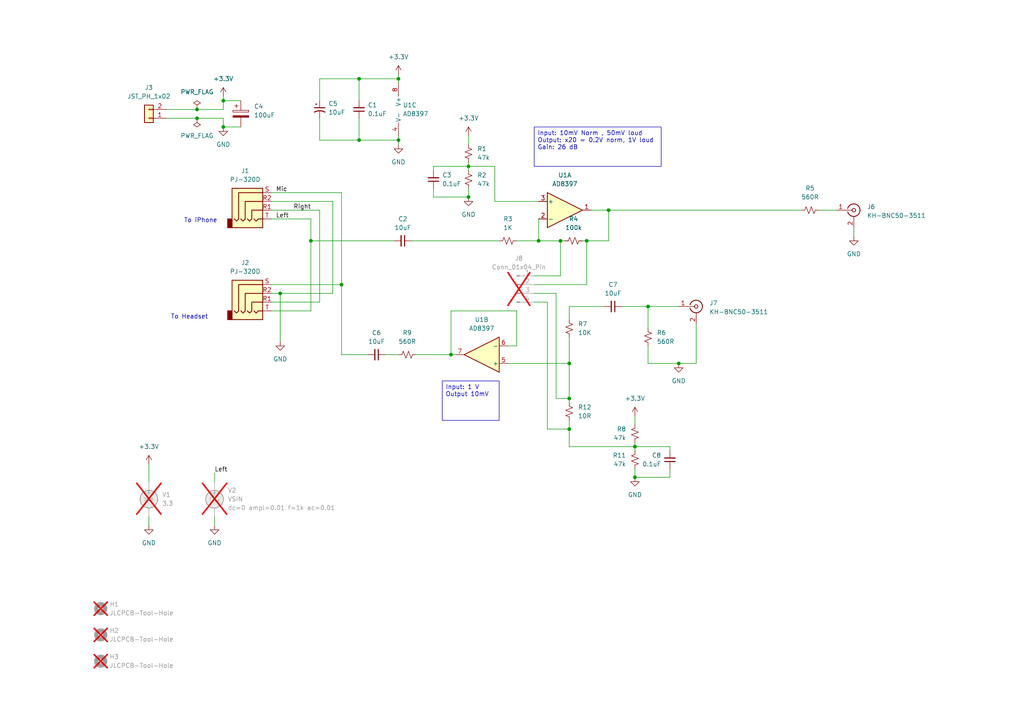
<source format=kicad_sch>
(kicad_sch (version 20230121) (generator eeschema)
  (paper "A4")
  (lib_symbols
    (symbol "Amplifier_Operational:LM358" (pin_names (offset 0.127))
      (property "Reference" "U" (at 0 5.08 0))
      (property "Value" "LM358" (at 0 -5.08 0))
      (symbol "LM358_1_1"
        (polyline (pts (xy -5.08 5.08) (xy 5.08 0) (xy -5.08 -5.08) (xy -5.08 5.08)) (stroke (width 0.254)) (fill (type background)))
        (pin output line (at 7.62 0 180) (length 2.54) (name "~") (number "1"))
        (pin input line (at -7.62 -2.54 0) (length 2.54) (name "-") (number "2"))
        (pin input line (at -7.62 2.54 0) (length 2.54) (name "+") (number "3"))
      )
      (symbol "LM358_2_1"
        (polyline (pts (xy -5.08 5.08) (xy 5.08 0) (xy -5.08 -5.08) (xy -5.08 5.08)) (stroke (width 0.254)) (fill (type background)))
        (pin input line (at -7.62 2.54 0) (length 2.54) (name "+") (number "5"))
        (pin input line (at -7.62 -2.54 0) (length 2.54) (name "-") (number "6"))
        (pin output line (at 7.62 0 180) (length 2.54) (name "~") (number "7"))
      )
      (symbol "LM358_3_1"
        (pin power_in line (at -2.54 -7.62 90) (length 3.81) (name "V-") (number "4"))
        (pin power_in line (at -2.54 7.62 270) (length 3.81) (name "V+") (number "8"))
      )
    )
    (symbol "Connector:Conn_01x04_Pin" (pin_names (offset 1.016) hide)
      (property "Reference" "J" (at 0 5.08 0))
      (property "Value" "Conn_01x04_Pin" (at 0 -7.62 0))
      (symbol "Conn_01x04_Pin_1_1"
        (polyline (pts (xy 1.27 -5.08) (xy 0.8636 -5.08)) (stroke (width 0.1524)))
        (polyline (pts (xy 1.27 -2.54) (xy 0.8636 -2.54)) (stroke (width 0.1524)))
        (polyline (pts (xy 1.27 0) (xy 0.8636 0)) (stroke (width 0.1524)))
        (polyline (pts (xy 1.27 2.54) (xy 0.8636 2.54)) (stroke (width 0.1524)))
        (rectangle (start 0.8636 -4.953) (end 0 -5.207) (stroke (width 0.1524)) (fill (type outline)))
        (rectangle (start 0.8636 -2.413) (end 0 -2.667) (stroke (width 0.1524)) (fill (type outline)))
        (rectangle (start 0.8636 0.127) (end 0 -0.127) (stroke (width 0.1524)) (fill (type outline)))
        (rectangle (start 0.8636 2.667) (end 0 2.413) (stroke (width 0.1524)) (fill (type outline)))
        (pin passive line (at 5.08 2.54 180) (length 3.81) (name "Pin_1") (number "1"))
        (pin passive line (at 5.08 0 180) (length 3.81) (name "Pin_2") (number "2"))
        (pin passive line (at 5.08 -2.54 180) (length 3.81) (name "Pin_3") (number "3"))
        (pin passive line (at 5.08 -5.08 180) (length 3.81) (name "Pin_4") (number "4"))
      )
    )
    (symbol "Connector:Conn_Coaxial" (pin_names (offset 1.016) hide)
      (property "Reference" "J" (at 0.254 3.048 0))
      (property "Value" "Conn_Coaxial" (at 2.921 0 90))
      (symbol "Conn_Coaxial_0_1"
        (arc (start -1.778 -0.508) (mid 0.2311 -1.8066) (end 1.778 0) (stroke (width 0.254)))
        (polyline (pts (xy -2.54 0) (xy -0.508 0)))
        (polyline (pts (xy 0 -2.54) (xy 0 -1.778)))
        (circle (center 0 0) (radius 0.508) (stroke (width 0.2032)))
        (arc (start 1.778 0) (mid 0.2099 1.8101) (end -1.778 0.508) (stroke (width 0.254)))
      )
      (symbol "Conn_Coaxial_1_1"
        (pin passive line (at -5.08 0 0) (length 2.54) (name "In") (number "1"))
        (pin passive line (at 0 -5.08 90) (length 2.54) (name "Ext") (number "2"))
      )
    )
    (symbol "Connector_Audio:AudioJack4"
      (property "Reference" "J" (at 0 8.89 0))
      (property "Value" "AudioJack4" (at 0 6.35 0))
      (symbol "AudioJack4_0_1"
        (rectangle (start -6.35 -5.08) (end -7.62 -7.62) (stroke (width 0.254)) (fill (type outline)))
        (polyline (pts (xy 0 -5.08) (xy 0.635 -5.715) (xy 1.27 -5.08) (xy 2.54 -5.08)) (stroke (width 0.254)))
        (polyline (pts (xy -5.715 -5.08) (xy -5.08 -5.715) (xy -4.445 -5.08) (xy -4.445 2.54) (xy 2.54 2.54)) (stroke (width 0.254)))
        (polyline (pts (xy -1.905 -5.08) (xy -1.27 -5.715) (xy -0.635 -5.08) (xy -0.635 -2.54) (xy 2.54 -2.54)) (stroke (width 0.254)))
        (polyline (pts (xy 2.54 0) (xy -2.54 0) (xy -2.54 -5.08) (xy -3.175 -5.715) (xy -3.81 -5.08)) (stroke (width 0.254)))
        (rectangle (start 2.54 3.81) (end -6.35 -7.62) (stroke (width 0.254)) (fill (type background)))
      )
      (symbol "AudioJack4_1_1"
        (pin passive line (at 5.08 -2.54 180) (length 2.54) (name "~") (number "R1"))
        (pin passive line (at 5.08 0 180) (length 2.54) (name "~") (number "R2"))
        (pin passive line (at 5.08 2.54 180) (length 2.54) (name "~") (number "S"))
        (pin passive line (at 5.08 -5.08 180) (length 2.54) (name "~") (number "T"))
      )
    )
    (symbol "Connector_Generic:Conn_01x02" (pin_names (offset 1.016) hide)
      (property "Reference" "J" (at 0 2.54 0))
      (property "Value" "Conn_01x02" (at 0 -5.08 0))
      (symbol "Conn_01x02_1_1"
        (rectangle (start -1.27 -2.413) (end 0 -2.667) (stroke (width 0.1524)))
        (rectangle (start -1.27 0.127) (end 0 -0.127) (stroke (width 0.1524)))
        (rectangle (start -1.27 1.27) (end 1.27 -3.81) (stroke (width 0.254)) (fill (type background)))
        (pin passive line (at -5.08 0 0) (length 3.81) (name "Pin_1") (number "1"))
        (pin passive line (at -5.08 -2.54 0) (length 3.81) (name "Pin_2") (number "2"))
      )
    )
    (symbol "Device:C_Polarized" (pin_numbers hide) (pin_names (offset 0.254))
      (property "Reference" "C" (at 0.635 2.54 0))
      (property "Value" "C_Polarized" (at 0.635 -2.54 0))
      (symbol "C_Polarized_0_1"
        (rectangle (start -2.286 0.508) (end 2.286 1.016))
        (polyline (pts (xy -1.778 2.286) (xy -0.762 2.286)))
        (polyline (pts (xy -1.27 2.794) (xy -1.27 1.778)))
        (rectangle (start 2.286 -0.508) (end -2.286 -1.016) (fill (type outline)))
      )
      (symbol "C_Polarized_1_1"
        (pin passive line (at 0 3.81 270) (length 2.794) (name "~") (number "1"))
        (pin passive line (at 0 -3.81 90) (length 2.794) (name "~") (number "2"))
      )
    )
    (symbol "Device:C_Polarized_Small_US" (pin_numbers hide) (pin_names (offset 0.254) hide)
      (property "Reference" "C" (at 0.254 1.778 0))
      (property "Value" "C_Polarized_Small_US" (at 0.254 -2.032 0))
      (symbol "C_Polarized_Small_US_0_1"
        (polyline (pts (xy -1.524 0.508) (xy 1.524 0.508)) (stroke (width 0.3048)))
        (polyline (pts (xy -1.27 1.524) (xy -0.762 1.524)))
        (polyline (pts (xy -1.016 1.27) (xy -1.016 1.778)))
        (arc (start 1.524 -0.762) (mid 0 -0.3734) (end -1.524 -0.762) (stroke (width 0.3048)))
      )
      (symbol "C_Polarized_Small_US_1_1"
        (pin passive line (at 0 2.54 270) (length 2.032) (name "~") (number "1"))
        (pin passive line (at 0 -2.54 90) (length 2.032) (name "~") (number "2"))
      )
    )
    (symbol "Device:C_Small" (pin_numbers hide) (pin_names (offset 0.254) hide)
      (property "Reference" "C" (at 0.254 1.778 0))
      (property "Value" "C_Small" (at 0.254 -2.032 0))
      (symbol "C_Small_0_1"
        (polyline (pts (xy -1.524 -0.508) (xy 1.524 -0.508)) (stroke (width 0.3302)))
        (polyline (pts (xy -1.524 0.508) (xy 1.524 0.508)) (stroke (width 0.3048)))
      )
      (symbol "C_Small_1_1"
        (pin passive line (at 0 2.54 270) (length 2.032) (name "~") (number "1"))
        (pin passive line (at 0 -2.54 90) (length 2.032) (name "~") (number "2"))
      )
    )
    (symbol "Device:R_Small_US" (pin_numbers hide) (pin_names (offset 0.254) hide)
      (property "Reference" "R" (at 0.762 0.508 0))
      (property "Value" "R_Small_US" (at 0.762 -1.016 0))
      (symbol "R_Small_US_1_1"
        (polyline (pts (xy 0 0) (xy 1.016 -0.381) (xy 0 -0.762) (xy -1.016 -1.143) (xy 0 -1.524)))
        (polyline (pts (xy 0 1.524) (xy 1.016 1.143) (xy 0 0.762) (xy -1.016 0.381) (xy 0 0)))
        (pin passive line (at 0 2.54 270) (length 1.016) (name "~") (number "1"))
        (pin passive line (at 0 -2.54 90) (length 1.016) (name "~") (number "2"))
      )
    )
    (symbol "Mechanical:MountingHole" (pin_names (offset 1.016))
      (property "Reference" "H" (at 0 5.08 0))
      (property "Value" "MountingHole" (at 0 3.175 0))
      (symbol "MountingHole_0_1"
        (circle (center 0 0) (radius 1.27) (stroke (width 1.27)))
      )
    )
    (symbol "Simulation_SPICE:VDC" (pin_numbers hide) (pin_names (offset 0.0254))
      (property "Reference" "V" (at 2.54 2.54 0))
      (property "Value" "1" (at 2.54 0 0))
      (symbol "VDC_0_0"
        (polyline (pts (xy -1.27 0.254) (xy 1.27 0.254)))
        (polyline (pts (xy -0.762 -0.254) (xy -1.27 -0.254)))
        (polyline (pts (xy 0.254 -0.254) (xy -0.254 -0.254)))
        (polyline (pts (xy 1.27 -0.254) (xy 0.762 -0.254)))
        (text "+" (at 0 1.905 0) (effects (font (size 1.27 1.27))))
      )
      (symbol "VDC_0_1"
        (circle (center 0 0) (radius 2.54) (stroke (width 0.254)) (fill (type background)))
      )
      (symbol "VDC_1_1"
        (pin passive line (at 0 5.08 270) (length 2.54) (name "~") (number "1"))
        (pin passive line (at 0 -5.08 90) (length 2.54) (name "~") (number "2"))
      )
    )
    (symbol "Simulation_SPICE:VSIN" (pin_numbers hide) (pin_names (offset 0.0254))
      (property "Reference" "V" (at 2.54 2.54 0))
      (property "Value" "VSIN" (at 2.54 0 0))
      (property "Sim.Params" "dc=0 ampl=1 f=1k ac=1" (at 2.54 -2.54 0))
      (symbol "VSIN_0_0"
        (arc (start 0 0) (mid -0.635 0.6323) (end -1.27 0))
        (arc (start 0 0) (mid 0.635 -0.6323) (end 1.27 0))
        (text "+" (at 0 1.905 0) (effects (font (size 1.27 1.27))))
      )
      (symbol "VSIN_0_1"
        (circle (center 0 0) (radius 2.54) (stroke (width 0.254)) (fill (type background)))
      )
      (symbol "VSIN_1_1"
        (pin passive line (at 0 5.08 270) (length 2.54) (name "~") (number "1"))
        (pin passive line (at 0 -5.08 90) (length 2.54) (name "~") (number "2"))
      )
    )
    (symbol "power:+3.3V" (power) (pin_names (offset 0))
      (property "Value" "+3.3V" (at 0 3.556 0))
      (symbol "+3.3V_0_1"
        (polyline (pts (xy -0.762 1.27) (xy 0 2.54)))
        (polyline (pts (xy 0 0) (xy 0 2.54)))
        (polyline (pts (xy 0 2.54) (xy 0.762 1.27)))
      )
      (symbol "+3.3V_1_1"
        (pin power_in line (at 0 0 90) (length 0) hide (name "+3.3V") (number "1"))
      )
    )
    (symbol "power:GND" (power) (pin_names (offset 0))
      (property "Value" "GND" (at 0 -3.81 0))
      (symbol "GND_0_1"
        (polyline (pts (xy 0 0) (xy 0 -1.27) (xy 1.27 -1.27) (xy 0 -2.54) (xy -1.27 -1.27) (xy 0 -1.27)))
      )
      (symbol "GND_1_1"
        (pin power_in line (at 0 0 270) (length 0) hide (name "GND") (number "1"))
      )
    )
    (symbol "power:PWR_FLAG" (power) (pin_numbers hide) (pin_names (offset 0) hide)
      (property "Value" "PWR_FLAG" (at 0 3.81 0))
      (symbol "PWR_FLAG_0_0"
        (pin power_out line (at 0 0 90) (length 0) (name "pwr") (number "1"))
      )
      (symbol "PWR_FLAG_0_1"
        (polyline (pts (xy 0 0) (xy 0 1.27) (xy -1.016 1.905) (xy 0 2.54) (xy 1.016 1.905) (xy 0 1.27)))
      )
    )
  )
  (junction (at 57.15 31.75))
  (junction (at 165.1 124.46))
  (junction (at 176.53 60.96))
  (junction (at 130.81 102.87))
  (junction (at 135.89 57.15))
  (junction (at 115.57 40.64))
  (junction (at 115.57 22.86))
  (junction (at 135.89 48.26))
  (junction (at 184.15 138.43))
  (junction (at 184.15 129.54))
  (junction (at 162.56 69.85))
  (junction (at 81.28 85.09))
  (junction (at 165.1 115.57))
  (junction (at 156.21 69.85))
  (junction (at 99.06 82.55))
  (junction (at 57.15 34.29))
  (junction (at 64.77 36.83))
  (junction (at 90.17 69.85))
  (junction (at 170.18 69.85))
  (junction (at 196.85 105.41))
  (junction (at 165.1 105.41))
  (junction (at 187.96 88.9))
  (junction (at 104.14 40.64))
  (junction (at 104.14 22.86))
  (junction (at 64.77 29.21))
  (wire (pts (xy 43.18 149.86) (xy 43.18 152.4)))
  (wire (pts (xy 237.49 60.96) (xy 242.57 60.96)))
  (wire (pts (xy 64.77 36.83) (xy 69.85 36.83)))
  (wire (pts (xy 99.06 102.87) (xy 106.68 102.87)))
  (wire (pts (xy 175.26 88.9) (xy 165.1 88.9)))
  (wire (pts (xy 194.31 129.54) (xy 184.15 129.54)))
  (wire (pts (xy 187.96 88.9) (xy 196.85 88.9)))
  (wire (pts (xy 130.81 102.87) (xy 132.08 102.87)))
  (wire (pts (xy 156.21 63.5) (xy 156.21 69.85)))
  (wire (pts (xy 184.15 129.54) (xy 184.15 130.81)))
  (wire (pts (xy 78.74 87.63) (xy 92.71 87.63)))
  (wire (pts (xy 187.96 105.41) (xy 196.85 105.41)))
  (wire (pts (xy 149.86 90.17) (xy 149.86 100.33)))
  (wire (pts (xy 92.71 22.86) (xy 104.14 22.86)))
  (wire (pts (xy 158.75 124.46) (xy 165.1 124.46)))
  (wire (pts (xy 81.28 85.09) (xy 81.28 99.06)))
  (wire (pts (xy 165.1 129.54) (xy 184.15 129.54)))
  (wire (pts (xy 180.34 88.9) (xy 187.96 88.9)))
  (wire (pts (xy 104.14 29.21) (xy 104.14 22.86)))
  (wire (pts (xy 143.51 58.42) (xy 143.51 48.26)))
  (wire (pts (xy 135.89 46.99) (xy 135.89 48.26)))
  (wire (pts (xy 154.94 82.55) (xy 170.18 82.55)))
  (wire (pts (xy 201.93 105.41) (xy 196.85 105.41)))
  (wire (pts (xy 143.51 48.26) (xy 135.89 48.26)))
  (wire (pts (xy 81.28 85.09) (xy 96.52 85.09)))
  (wire (pts (xy 161.29 115.57) (xy 165.1 115.57)))
  (wire (pts (xy 162.56 80.01) (xy 162.56 69.85)))
  (wire (pts (xy 62.23 137.16) (xy 62.23 139.7)))
  (wire (pts (xy 90.17 69.85) (xy 114.3 69.85)))
  (wire (pts (xy 125.73 48.26) (xy 135.89 48.26)))
  (wire (pts (xy 147.32 105.41) (xy 165.1 105.41)))
  (wire (pts (xy 115.57 21.59) (xy 115.57 22.86)))
  (wire (pts (xy 57.15 31.75) (xy 64.77 31.75)))
  (wire (pts (xy 170.18 82.55) (xy 170.18 69.85)))
  (wire (pts (xy 104.14 22.86) (xy 115.57 22.86)))
  (wire (pts (xy 176.53 60.96) (xy 232.41 60.96)))
  (wire (pts (xy 43.18 134.62) (xy 43.18 139.7)))
  (wire (pts (xy 90.17 63.5) (xy 90.17 69.85)))
  (wire (pts (xy 201.93 93.98) (xy 201.93 105.41)))
  (wire (pts (xy 176.53 69.85) (xy 176.53 60.96)))
  (wire (pts (xy 194.31 135.89) (xy 194.31 138.43)))
  (wire (pts (xy 184.15 135.89) (xy 184.15 138.43)))
  (wire (pts (xy 64.77 29.21) (xy 64.77 27.94)))
  (wire (pts (xy 247.65 66.04) (xy 247.65 68.58)))
  (wire (pts (xy 187.96 100.33) (xy 187.96 105.41)))
  (wire (pts (xy 143.51 58.42) (xy 156.21 58.42)))
  (wire (pts (xy 92.71 87.63) (xy 92.71 60.96)))
  (wire (pts (xy 187.96 88.9) (xy 187.96 95.25)))
  (wire (pts (xy 194.31 138.43) (xy 184.15 138.43)))
  (wire (pts (xy 154.94 87.63) (xy 158.75 87.63)))
  (wire (pts (xy 162.56 69.85) (xy 163.83 69.85)))
  (wire (pts (xy 165.1 115.57) (xy 165.1 105.41)))
  (wire (pts (xy 57.15 34.29) (xy 64.77 34.29)))
  (wire (pts (xy 165.1 116.84) (xy 165.1 115.57)))
  (wire (pts (xy 176.53 60.96) (xy 171.45 60.96)))
  (wire (pts (xy 78.74 63.5) (xy 90.17 63.5)))
  (wire (pts (xy 130.81 90.17) (xy 130.81 102.87)))
  (wire (pts (xy 62.23 149.86) (xy 62.23 152.4)))
  (wire (pts (xy 111.76 102.87) (xy 115.57 102.87)))
  (wire (pts (xy 64.77 29.21) (xy 69.85 29.21)))
  (wire (pts (xy 92.71 29.21) (xy 92.71 22.86)))
  (wire (pts (xy 168.91 69.85) (xy 170.18 69.85)))
  (wire (pts (xy 158.75 87.63) (xy 158.75 124.46)))
  (wire (pts (xy 104.14 34.29) (xy 104.14 40.64)))
  (wire (pts (xy 135.89 39.37) (xy 135.89 41.91)))
  (wire (pts (xy 99.06 55.88) (xy 78.74 55.88)))
  (wire (pts (xy 115.57 39.37) (xy 115.57 40.64)))
  (wire (pts (xy 125.73 54.61) (xy 125.73 57.15)))
  (wire (pts (xy 135.89 48.26) (xy 135.89 49.53)))
  (wire (pts (xy 92.71 34.29) (xy 92.71 40.64)))
  (wire (pts (xy 90.17 90.17) (xy 78.74 90.17)))
  (wire (pts (xy 156.21 69.85) (xy 162.56 69.85)))
  (wire (pts (xy 165.1 97.79) (xy 165.1 105.41)))
  (wire (pts (xy 125.73 49.53) (xy 125.73 48.26)))
  (wire (pts (xy 165.1 124.46) (xy 165.1 129.54)))
  (wire (pts (xy 149.86 69.85) (xy 156.21 69.85)))
  (wire (pts (xy 120.65 102.87) (xy 130.81 102.87)))
  (wire (pts (xy 149.86 90.17) (xy 130.81 90.17)))
  (wire (pts (xy 170.18 69.85) (xy 176.53 69.85)))
  (wire (pts (xy 78.74 85.09) (xy 81.28 85.09)))
  (wire (pts (xy 48.26 34.29) (xy 57.15 34.29)))
  (wire (pts (xy 165.1 121.92) (xy 165.1 124.46)))
  (wire (pts (xy 161.29 85.09) (xy 161.29 115.57)))
  (wire (pts (xy 48.26 31.75) (xy 57.15 31.75)))
  (wire (pts (xy 92.71 40.64) (xy 104.14 40.64)))
  (wire (pts (xy 194.31 130.81) (xy 194.31 129.54)))
  (wire (pts (xy 147.32 100.33) (xy 149.86 100.33)))
  (wire (pts (xy 78.74 58.42) (xy 96.52 58.42)))
  (wire (pts (xy 154.94 85.09) (xy 161.29 85.09)))
  (wire (pts (xy 64.77 34.29) (xy 64.77 36.83)))
  (wire (pts (xy 99.06 82.55) (xy 99.06 102.87)))
  (wire (pts (xy 135.89 54.61) (xy 135.89 57.15)))
  (wire (pts (xy 99.06 82.55) (xy 99.06 55.88)))
  (wire (pts (xy 165.1 88.9) (xy 165.1 92.71)))
  (wire (pts (xy 96.52 85.09) (xy 96.52 58.42)))
  (wire (pts (xy 184.15 120.65) (xy 184.15 123.19)))
  (wire (pts (xy 115.57 40.64) (xy 115.57 41.91)))
  (wire (pts (xy 184.15 128.27) (xy 184.15 129.54)))
  (wire (pts (xy 125.73 57.15) (xy 135.89 57.15)))
  (wire (pts (xy 78.74 60.96) (xy 92.71 60.96)))
  (wire (pts (xy 90.17 69.85) (xy 90.17 90.17)))
  (wire (pts (xy 119.38 69.85) (xy 144.78 69.85)))
  (wire (pts (xy 104.14 40.64) (xy 115.57 40.64)))
  (wire (pts (xy 154.94 80.01) (xy 162.56 80.01)))
  (wire (pts (xy 115.57 22.86) (xy 115.57 24.13)))
  (wire (pts (xy 64.77 31.75) (xy 64.77 29.21)))
  (wire (pts (xy 78.74 82.55) (xy 99.06 82.55)))
  (text_box "Input: 1 V\nOutput 10mV \n" (at 128.27 110.49 0) (size 16.51 11.43) (effects (font (size 1.27 1.27)) (justify left top)))
  (text_box "Input: 10mV Norm , 50mV loud\nOutput: x20 = 0.2V norm, 1V loud \nGain: 26 dB " (at 154.94 36.83 0) (size 36.83 11.43) (effects (font (size 1.27 1.27)) (justify left top)))
  (text "To iPhone" (at 53.34 64.77 0) (effects (font (size 1.27 1.27)) (justify left bottom)))
  (text "To Headset " (at 49.53 92.71 0) (effects (font (size 1.27 1.27)) (justify left bottom)))
  (label "Right" (at 85.09 60.96 0))
  (label "Left" (at 62.23 137.16 0))
  (label "Left" (at 80.01 63.5 0))
  (label "Mic" (at 80.01 55.88 0))
  (symbol (lib_id "power:GND") (at 135.89 57.15 0) (unit 1)
    (property "Reference" "#PWR07" (effects hide))
    (property "Value" "GND" (at 135.89 62.23 0))
  )
  (symbol (lib_id "power:GND") (at 184.15 138.43 0) (mirror y) (unit 1)
    (property "Reference" "#PWR016" (effects hide))
    (property "Value" "GND" (at 184.15 143.51 0))
  )
  (symbol (lib_id "Device:C_Small") (at 194.31 133.35 0) (mirror x) (unit 1)
    (property "Reference" "C8" (at 191.77 132.0736 0) (effects (justify right)))
    (property "Value" "0.1uF" (at 191.77 134.6136 0) (effects (justify right)))
    (property "Footprint" "Capacitor_SMD:C_0805_2012Metric" (effects hide))
    (property "JLCPCB Part #" "C49678" (effects hide))
  )
  (symbol (lib_id "Mechanical:MountingHole") (at 29.21 191.77 0) (unit 1) (in_bom no) (dnp yes)
    (property "Reference" "H3" (at 31.75 190.5 0) (effects (justify left)))
    (property "Value" "JLCPCB-Tool-Hole" (at 31.75 193.04 0) (effects (justify left)))
    (property "Footprint" "FootprintLib:MountingHole_JLCPCB_Tool" (effects hide))
    (property "Sim.Enable" "0" (effects hide))
  )
  (symbol (lib_id "power:+3.3V") (at 64.77 27.94 0) (unit 1)
    (property "Reference" "#PWR03" (effects hide))
    (property "Value" "+3.3V" (at 64.77 22.86 0))
  )
  (symbol (lib_id "Connector:Conn_01x04_Pin") (at 149.86 82.55 0) (unit 1) (in_bom no) (dnp yes)
    (property "Reference" "J8" (at 150.495 74.93 0))
    (property "Value" "Conn_01x04_Pin" (at 150.495 77.47 0))
    (property "Footprint" "Connector_PinHeader_2.54mm:PinHeader_1x04_P2.54mm_Vertical" (effects hide))
    (property "JLCPCB Part #" "C2883761" (effects hide))
    (property "JLCPCB Rotation Offset" "90" (effects hide))
    (property "Sim.Enable" "0" (effects hide))
  )
  (symbol (lib_id "power:GND") (at 196.85 105.41 0) (unit 1)
    (property "Reference" "#PWR011" (effects hide))
    (property "Value" "GND" (at 196.85 110.49 0))
  )
  (symbol (lib_id "Device:C_Small") (at 109.22 102.87 270) (unit 1)
    (property "Reference" "C6" (at 109.2136 96.52 90))
    (property "Value" "10uF" (at 109.2136 99.06 90))
    (property "Footprint" "Capacitor_SMD:C_0805_2012Metric" (effects hide))
    (property "JLCPCB Part #" "C15850" (effects hide))
  )
  (symbol (lib_id "Device:R_Small_US") (at 166.37 69.85 270) (unit 1)
    (property "Reference" "R4" (at 166.37 63.5 90))
    (property "Value" "100k" (at 166.37 66.04 90))
    (property "Footprint" "Resistor_SMD:R_0805_2012Metric" (effects hide))
    (property "JLCPCB Part #" "C149504" (effects hide))
  )
  (symbol (lib_id "power:+3.3V") (at 43.18 134.62 0) (unit 1)
    (property "Reference" "#PWR013" (effects hide))
    (property "Value" "+3.3V" (at 43.18 129.54 0))
  )
  (symbol (lib_id "power:GND") (at 81.28 99.06 0) (unit 1)
    (property "Reference" "#PWR01" (effects hide))
    (property "Value" "GND" (at 81.28 104.14 0))
  )
  (symbol (lib_id "Connector:Conn_Coaxial") (at 201.93 88.9 0) (unit 1)
    (property "Reference" "J7" (at 205.74 87.9232 0) (effects (justify left)))
    (property "Value" "KH-BNC50-3511" (at 205.74 90.4632 0) (effects (justify left)))
    (property "Footprint" "FootprintLib:BNC_Amphenol_B6252HB-NPP3G-50_Horizontal-CJ" (effects hide))
    (property "Datasheet" "KH-BNC50-3511.pdf" (effects hide))
    (property "JLCPCB Part #" "C2837587" (effects hide))
    (property "MPN" "KH-BNC50-3511" (effects hide))
    (property "JLCPCB Rotation Offset" "180" (effects hide))
    (property "Sim.Enable" "0" (effects hide))
  )
  (symbol (lib_id "power:GND") (at 62.23 152.4 0) (unit 1)
    (property "Reference" "#PWR014" (effects hide))
    (property "Value" "GND" (at 62.23 157.48 0))
  )
  (symbol (lib_id "Mechanical:MountingHole") (at 29.21 176.53 0) (unit 1) (in_bom no) (dnp yes)
    (property "Reference" "H1" (at 31.75 175.26 0) (effects (justify left)))
    (property "Value" "JLCPCB-Tool-Hole" (at 31.75 177.8 0) (effects (justify left)))
    (property "Footprint" "FootprintLib:MountingHole_JLCPCB_Tool" (effects hide))
    (property "Sim.Enable" "0" (effects hide))
  )
  (symbol (lib_id "Connector:Conn_Coaxial") (at 247.65 60.96 0) (unit 1)
    (property "Reference" "J6" (at 251.46 59.9832 0) (effects (justify left)))
    (property "Value" "KH-BNC50-3511" (at 251.46 62.5232 0) (effects (justify left)))
    (property "Footprint" "FootprintLib:BNC_Amphenol_B6252HB-NPP3G-50_Horizontal-CJ" (effects hide))
    (property "Datasheet" "KH-BNC50-3511.pdf" (effects hide))
    (property "JLCPCB Part #" "C2837587" (effects hide))
    (property "MPN" "KH-BNC50-3511" (effects hide))
    (property "JLCPCB Rotation Offset" "180" (effects hide))
    (property "Sim.Enable" "0" (effects hide))
  )
  (symbol (lib_id "Amplifier_Operational:LM358") (at 139.7 102.87 180) (unit 2)
    (property "Reference" "U1" (at 139.7 92.71 0))
    (property "Value" "AD8397" (at 139.7 95.25 0))
    (property "Footprint" "Package_SO:SOIC-8_3.9x4.9mm_P1.27mm" (effects hide))
    (property "Datasheet" "http://www.ti.com/lit/ds/symlink/lm2904-n.pdf" (effects hide))
    (property "JLCPCB Part #" "C578714" (effects hide))
    (property "Sim.Library" "ad8397.cir" (effects hide))
    (property "Sim.Name" "AD8397" (effects hide))
    (property "Sim.Device" "SUBCKT" (effects hide))
    (property "Sim.Pins" "1=1 2=2 3=99 4=50 5=4" (effects hide))
  )
  (symbol (lib_id "Device:C_Polarized") (at 69.85 33.02 0) (unit 1)
    (property "Reference" "C4" (at 73.66 30.861 0) (effects (justify left)))
    (property "Value" "100uF" (at 73.66 33.401 0) (effects (justify left)))
    (property "Footprint" "Capacitor_Tantalum_SMD:CP_EIA-3528-21_Kemet-B" (effects hide))
    (property "JLCPCB Part #" "C16133" (effects hide))
  )
  (symbol (lib_id "power:PWR_FLAG") (at 57.15 31.75 0) (unit 1)
    (property "Reference" "#FLG01" (effects hide))
    (property "Value" "PWR_FLAG" (at 57.15 26.67 0))
  )
  (symbol (lib_id "power:+3.3V") (at 135.89 39.37 0) (unit 1)
    (property "Reference" "#PWR06" (effects hide))
    (property "Value" "+3.3V" (at 135.89 34.29 0))
  )
  (symbol (lib_id "Device:C_Small") (at 104.14 31.75 180) (unit 1)
    (property "Reference" "C1" (at 106.68 30.4736 0) (effects (justify right)))
    (property "Value" "0.1uF" (at 106.68 33.0136 0) (effects (justify right)))
    (property "Footprint" "Capacitor_SMD:C_0805_2012Metric" (effects hide))
    (property "JLCPCB Part #" "C49678" (effects hide))
  )
  (symbol (lib_id "Device:C_Small") (at 116.84 69.85 270) (unit 1)
    (property "Reference" "C2" (at 116.8336 63.5 90))
    (property "Value" "10uF" (at 116.8336 66.04 90))
    (property "Footprint" "Capacitor_SMD:C_0805_2012Metric" (effects hide))
    (property "JLCPCB Part #" "C15850" (effects hide))
  )
  (symbol (lib_id "Device:R_Small_US") (at 135.89 52.07 180) (unit 1)
    (property "Reference" "R2" (at 138.43 50.8 0) (effects (justify right)))
    (property "Value" "47k" (at 138.43 53.34 0) (effects (justify right)))
    (property "Footprint" "Resistor_SMD:R_0805_2012Metric" (effects hide))
    (property "JLCPCB Part #" "C17713" (effects hide))
  )
  (symbol (lib_id "Simulation_SPICE:VSIN") (at 62.23 144.78 0) (unit 1) (in_bom no) (on_board no) (dnp yes)
    (property "Reference" "V2" (at 66.04 142.2042 0) (effects (justify left)))
    (property "Value" "VSIN" (at 66.04 144.7442 0) (effects (justify left)))
    (property "Sim.Pins" "1=+ 2=-" (effects hide))
    (property "Sim.Params" "dc=0 ampl=0.01 f=1k ac=0.01" (at 66.04 147.2842 0) (effects (justify left)))
    (property "Sim.Type" "SIN" (effects hide))
    (property "Sim.Device" "V" (effects hide))
  )
  (symbol (lib_id "Device:R_Small_US") (at 118.11 102.87 90) (unit 1)
    (property "Reference" "R9" (at 118.11 96.52 90))
    (property "Value" "560R" (at 118.11 99.06 90))
    (property "Footprint" "Resistor_SMD:R_0805_2012Metric" (effects hide))
    (property "JLCPCB Part #" "C28636" (effects hide))
  )
  (symbol (lib_id "power:GND") (at 43.18 152.4 0) (unit 1)
    (property "Reference" "#PWR012" (effects hide))
    (property "Value" "GND" (at 43.18 157.48 0))
  )
  (symbol (lib_id "power:GND") (at 247.65 68.58 0) (unit 1)
    (property "Reference" "#PWR010" (effects hide))
    (property "Value" "GND" (at 247.65 73.66 0))
  )
  (symbol (lib_id "Device:C_Small") (at 125.73 52.07 180) (unit 1)
    (property "Reference" "C3" (at 128.27 50.7936 0) (effects (justify right)))
    (property "Value" "0.1uF" (at 128.27 53.3336 0) (effects (justify right)))
    (property "Footprint" "Capacitor_SMD:C_0805_2012Metric" (effects hide))
    (property "JLCPCB Part #" "C49678" (effects hide))
  )
  (symbol (lib_id "Device:R_Small_US") (at 184.15 133.35 0) (mirror x) (unit 1)
    (property "Reference" "R11" (at 181.61 132.08 0) (effects (justify right)))
    (property "Value" "47k" (at 181.61 134.62 0) (effects (justify right)))
    (property "Footprint" "Resistor_SMD:R_0805_2012Metric" (effects hide))
    (property "JLCPCB Part #" "C17713" (effects hide))
  )
  (symbol (lib_id "Amplifier_Operational:LM358") (at 118.11 31.75 0) (unit 3)
    (property "Reference" "U1" (at 116.84 30.48 0) (effects (justify left)))
    (property "Value" "AD8397" (at 116.84 33.02 0) (effects (justify left)))
    (property "Footprint" "Package_SO:SOIC-8_3.9x4.9mm_P1.27mm" (effects hide))
    (property "Datasheet" "http://www.ti.com/lit/ds/symlink/lm2904-n.pdf" (effects hide))
    (property "JLCPCB Part #" "C578714" (effects hide))
    (property "Sim.Library" "ad8397.cir" (effects hide))
    (property "Sim.Name" "AD8397" (effects hide))
    (property "Sim.Device" "SUBCKT" (effects hide))
    (property "Sim.Pins" "1=1 2=2 3=99 4=50 5=4" (effects hide))
  )
  (symbol (lib_id "Mechanical:MountingHole") (at 29.21 184.15 0) (unit 1) (in_bom no) (dnp yes)
    (property "Reference" "H2" (at 31.75 182.88 0) (effects (justify left)))
    (property "Value" "JLCPCB-Tool-Hole" (at 31.75 185.42 0) (effects (justify left)))
    (property "Footprint" "FootprintLib:MountingHole_JLCPCB_Tool" (effects hide))
    (property "Sim.Enable" "0" (effects hide))
  )
  (symbol (lib_id "Device:R_Small_US") (at 135.89 44.45 180) (unit 1)
    (property "Reference" "R1" (at 138.43 43.18 0) (effects (justify right)))
    (property "Value" "47k" (at 138.43 45.72 0) (effects (justify right)))
    (property "Footprint" "Resistor_SMD:R_0805_2012Metric" (effects hide))
    (property "JLCPCB Part #" "C17713" (effects hide))
  )
  (symbol (lib_id "Device:R_Small_US") (at 187.96 97.79 0) (unit 1)
    (property "Reference" "R6" (at 190.5 96.52 0) (effects (justify left)))
    (property "Value" "560R" (at 190.5 99.06 0) (effects (justify left)))
    (property "Footprint" "Resistor_SMD:R_0805_2012Metric" (effects hide))
    (property "JLCPCB Part #" "C28636" (effects hide))
  )
  (symbol (lib_id "Device:R_Small_US") (at 165.1 119.38 0) (unit 1)
    (property "Reference" "R12" (at 167.64 118.11 0) (effects (justify left)))
    (property "Value" "10R" (at 167.64 120.65 0) (effects (justify left)))
    (property "Footprint" "Resistor_SMD:R_0805_2012Metric" (effects hide))
    (property "JLCPCB Part #" "C17415" (effects hide))
  )
  (symbol (lib_id "Device:R_Small_US") (at 147.32 69.85 270) (unit 1)
    (property "Reference" "R3" (at 147.32 63.5 90))
    (property "Value" "1K" (at 147.32 66.04 90))
    (property "Footprint" "Resistor_SMD:R_0805_2012Metric" (effects hide))
    (property "JLCPCB Part #" "C17513" (effects hide))
  )
  (symbol (lib_id "power:GND") (at 64.77 36.83 0) (unit 1)
    (property "Reference" "#PWR02" (effects hide))
    (property "Value" "GND" (at 64.77 41.91 0))
  )
  (symbol (lib_id "power:PWR_FLAG") (at 57.15 34.29 180) (unit 1)
    (property "Reference" "#FLG02" (effects hide))
    (property "Value" "PWR_FLAG" (at 57.15 39.37 0))
  )
  (symbol (lib_id "Connector_Generic:Conn_01x02") (at 43.18 34.29 180) (unit 1)
    (property "Reference" "J3" (at 43.18 25.4 0))
    (property "Value" "JST_PH_1x02" (at 43.18 27.94 0))
    (property "Footprint" "Connector_JST:JST_PH_S2B-PH-SM4-TB_1x02-1MP_P2.00mm_Horizontal" (effects hide))
    (property "JLCPCB Part #" "C295747" (effects hide))
    (property "Sim.Enable" "0" (effects hide))
  )
  (symbol (lib_id "power:+3.3V") (at 184.15 120.65 0) (mirror y) (unit 1)
    (property "Reference" "#PWR015" (effects hide))
    (property "Value" "+3.3V" (at 184.15 115.57 0))
  )
  (symbol (lib_id "power:+3.3V") (at 115.57 21.59 0) (unit 1)
    (property "Reference" "#PWR04" (effects hide))
    (property "Value" "+3.3V" (at 115.57 16.51 0))
  )
  (symbol (lib_id "Connector_Audio:AudioJack4") (at 73.66 58.42 0) (unit 1)
    (property "Reference" "J1" (at 71.12 49.53 0))
    (property "Value" "PJ-320D" (at 71.12 52.07 0))
    (property "Footprint" "FootprintLib:Jack_3.5mm_PJ320D_Horizontal-CJ" (effects hide))
    (property "Datasheet" "https://datasheet.lcsc.com/szlcsc/1810121716_Korean-Hroparts-Elec-PJ-320D-4A_C95562.pdf" (effects hide))
    (property "JLCPCB Part #" "C431535" (effects hide))
    (property "MPN" "PJ-320D" (effects hide))
    (property "JLCPCB Rotation Offset" "90" (effects hide))
    (property "Sim.Enable" "0" (effects hide))
  )
  (symbol (lib_id "Device:C_Polarized_Small_US") (at 92.71 31.75 0) (unit 1)
    (property "Reference" "C5" (at 95.25 30.0482 0) (effects (justify left)))
    (property "Value" "10uF" (at 95.25 32.5882 0) (effects (justify left)))
    (property "Footprint" "Capacitor_Tantalum_SMD:CP_EIA-3216-18_Kemet-A" (effects hide))
    (property "JLCPCB Part #" "C7171" (effects hide))
  )
  (symbol (lib_id "Connector_Audio:AudioJack4") (at 73.66 85.09 0) (unit 1)
    (property "Reference" "J2" (at 71.12 76.2 0))
    (property "Value" "PJ-320D" (at 71.12 78.74 0))
    (property "Footprint" "FootprintLib:Jack_3.5mm_PJ320D_Horizontal-CJ" (effects hide))
    (property "Datasheet" "https://datasheet.lcsc.com/szlcsc/1810121716_Korean-Hroparts-Elec-PJ-320D-4A_C95562.pdf" (effects hide))
    (property "JLCPCB Part #" "C431535" (effects hide))
    (property "MPN" "PJ-320D" (effects hide))
    (property "JLCPCB Rotation Offset" "90" (effects hide))
    (property "Sim.Enable" "0" (effects hide))
  )
  (symbol (lib_id "Device:C_Small") (at 177.8 88.9 270) (unit 1)
    (property "Reference" "C7" (at 177.7936 82.55 90))
    (property "Value" "10uF" (at 177.7936 85.09 90))
    (property "Footprint" "Capacitor_SMD:C_0805_2012Metric" (effects hide))
    (property "JLCPCB Part #" "C15850" (effects hide))
  )
  (symbol (lib_id "Amplifier_Operational:LM358") (at 163.83 60.96 0) (unit 1)
    (property "Reference" "U1" (at 163.83 50.8 0))
    (property "Value" "AD8397" (at 163.83 53.34 0))
    (property "Footprint" "Package_SO:SOIC-8_3.9x4.9mm_P1.27mm" (effects hide))
    (property "Datasheet" "http://www.ti.com/lit/ds/symlink/lm2904-n.pdf" (effects hide))
    (property "JLCPCB Part #" "C578714" (effects hide))
    (property "Sim.Library" "ad8397.cir" (effects hide))
    (property "Sim.Name" "AD8397" (effects hide))
    (property "Sim.Device" "SUBCKT" (effects hide))
    (property "Sim.Pins" "1=1 2=2 3=99 4=50 5=4" (effects hide))
  )
  (symbol (lib_id "Device:R_Small_US") (at 165.1 95.25 0) (unit 1)
    (property "Reference" "R7" (at 167.64 93.98 0) (effects (justify left)))
    (property "Value" "10K" (at 167.64 96.52 0) (effects (justify left)))
    (property "Footprint" "Resistor_SMD:R_0805_2012Metric" (effects hide))
    (property "JLCPCB Part #" "C17414" (effects hide))
  )
  (symbol (lib_id "Device:R_Small_US") (at 234.95 60.96 270) (unit 1)
    (property "Reference" "R5" (at 234.95 54.61 90))
    (property "Value" "560R" (at 234.95 57.15 90))
    (property "Footprint" "Resistor_SMD:R_0805_2012Metric" (effects hide))
    (property "JLCPCB Part #" "C28636" (effects hide))
  )
  (symbol (lib_id "power:GND") (at 115.57 41.91 0) (unit 1)
    (property "Reference" "#PWR05" (effects hide))
    (property "Value" "GND" (at 115.57 46.99 0))
  )
  (symbol (lib_id "Simulation_SPICE:VDC") (at 43.18 144.78 0) (unit 1) (in_bom no) (on_board no) (dnp yes)
    (property "Reference" "V1" (at 46.99 143.4742 0) (effects (justify left)))
    (property "Value" "3.3" (at 46.99 146.0142 0) (effects (justify left)))
    (property "Sim.Pins" "1=+ 2=-" (effects hide))
    (property "Sim.Type" "DC" (effects hide))
    (property "Sim.Device" "V" (effects hide))
  )
  (symbol (lib_id "Device:R_Small_US") (at 184.15 125.73 0) (mirror x) (unit 1)
    (property "Reference" "R8" (at 181.61 124.46 0) (effects (justify right)))
    (property "Value" "47k" (at 181.61 127 0) (effects (justify right)))
    (property "Footprint" "Resistor_SMD:R_0805_2012Metric" (effects hide))
    (property "JLCPCB Part #" "C17713" (effects hide))
  )
)
</source>
